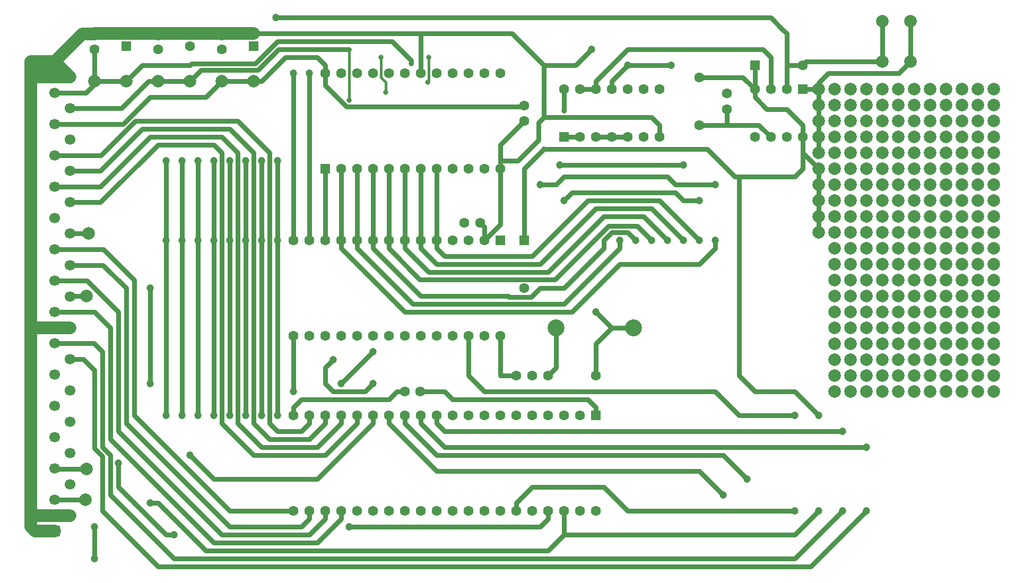
<source format=gbr>
%TF.GenerationSoftware,KiCad,Pcbnew,9.0.6*%
%TF.CreationDate,2026-02-07T23:24:05+01:00*%
%TF.ProjectId,EMUF_6504,454d5546-5f36-4353-9034-2e6b69636164,rev?*%
%TF.SameCoordinates,Original*%
%TF.FileFunction,Copper,L1,Top*%
%TF.FilePolarity,Positive*%
%FSLAX46Y46*%
G04 Gerber Fmt 4.6, Leading zero omitted, Abs format (unit mm)*
G04 Created by KiCad (PCBNEW 9.0.6) date 2026-02-07 23:24:05*
%MOMM*%
%LPD*%
G01*
G04 APERTURE LIST*
G04 Aperture macros list*
%AMRoundRect*
0 Rectangle with rounded corners*
0 $1 Rounding radius*
0 $2 $3 $4 $5 $6 $7 $8 $9 X,Y pos of 4 corners*
0 Add a 4 corners polygon primitive as box body*
4,1,4,$2,$3,$4,$5,$6,$7,$8,$9,$2,$3,0*
0 Add four circle primitives for the rounded corners*
1,1,$1+$1,$2,$3*
1,1,$1+$1,$4,$5*
1,1,$1+$1,$6,$7*
1,1,$1+$1,$8,$9*
0 Add four rect primitives between the rounded corners*
20,1,$1+$1,$2,$3,$4,$5,0*
20,1,$1+$1,$4,$5,$6,$7,0*
20,1,$1+$1,$6,$7,$8,$9,0*
20,1,$1+$1,$8,$9,$2,$3,0*%
G04 Aperture macros list end*
%TA.AperFunction,ComponentPad*%
%ADD10R,1.700000X1.700000*%
%TD*%
%TA.AperFunction,ComponentPad*%
%ADD11C,1.700000*%
%TD*%
%TA.AperFunction,ComponentPad*%
%ADD12C,1.600000*%
%TD*%
%TA.AperFunction,ComponentPad*%
%ADD13RoundRect,0.250000X-0.550000X0.550000X-0.550000X-0.550000X0.550000X-0.550000X0.550000X0.550000X0*%
%TD*%
%TA.AperFunction,ComponentPad*%
%ADD14C,2.700000*%
%TD*%
%TA.AperFunction,ComponentPad*%
%ADD15RoundRect,0.250000X0.550000X-0.550000X0.550000X0.550000X-0.550000X0.550000X-0.550000X-0.550000X0*%
%TD*%
%TA.AperFunction,ComponentPad*%
%ADD16C,2.000000*%
%TD*%
%TA.AperFunction,ComponentPad*%
%ADD17RoundRect,0.250000X-0.550000X-0.550000X0.550000X-0.550000X0.550000X0.550000X-0.550000X0.550000X0*%
%TD*%
%TA.AperFunction,ViaPad*%
%ADD18C,2.000000*%
%TD*%
%TA.AperFunction,ViaPad*%
%ADD19C,1.200000*%
%TD*%
%TA.AperFunction,ViaPad*%
%ADD20C,0.800000*%
%TD*%
%TA.AperFunction,Conductor*%
%ADD21C,2.000000*%
%TD*%
%TA.AperFunction,Conductor*%
%ADD22C,0.800000*%
%TD*%
%TA.AperFunction,Conductor*%
%ADD23C,0.400000*%
%TD*%
G04 APERTURE END LIST*
D10*
%TO.P,J1,1,Pin_1*%
%TO.N,GND*%
X45720000Y-126440000D03*
D11*
%TO.P,J1,2,Pin_2*%
X48220000Y-123940000D03*
%TO.P,J1,3,Pin_3*%
%TO.N,/Res3*%
X45720000Y-121440000D03*
%TO.P,J1,4,Pin_4*%
%TO.N,/~{IRQ}*%
X48220000Y-118940000D03*
%TO.P,J1,5,Pin_5*%
%TO.N,/Res5*%
X45720000Y-116440000D03*
%TO.P,J1,6,Pin_6*%
%TO.N,/PA0*%
X48220000Y-113940000D03*
%TO.P,J1,7,Pin_7*%
%TO.N,/PA1*%
X45720000Y-111440000D03*
%TO.P,J1,8,Pin_8*%
%TO.N,/PA2*%
X48220000Y-108940000D03*
%TO.P,J1,9,Pin_9*%
%TO.N,/PA7*%
X45720000Y-106440000D03*
%TO.P,J1,10,Pin_10*%
%TO.N,/PA6*%
X48220000Y-103940000D03*
%TO.P,J1,11,Pin_11*%
%TO.N,/PA5*%
X45720000Y-101440000D03*
%TO.P,J1,12,Pin_12*%
%TO.N,/PA4*%
X48220000Y-98940000D03*
%TO.P,J1,13,Pin_13*%
%TO.N,/PA3*%
X45720000Y-96440000D03*
%TO.P,J1,14,Pin_14*%
%TO.N,GND*%
X48220000Y-93940000D03*
%TO.P,J1,15,Pin_15*%
%TO.N,/PB0*%
X45720000Y-91440000D03*
%TO.P,J1,16,Pin_16*%
%TO.N,/Res16*%
X48220000Y-88940000D03*
%TO.P,J1,17,Pin_17*%
%TO.N,/PB1*%
X45720000Y-86440000D03*
%TO.P,J1,18,Pin_18*%
%TO.N,/PB2*%
X48220000Y-83940000D03*
%TO.P,J1,19,Pin_19*%
%TO.N,/PB3*%
X45720000Y-81440000D03*
%TO.P,J1,20,Pin_20*%
%TO.N,/Res20*%
X48220000Y-78940000D03*
%TO.P,J1,21,Pin_21*%
%TO.N,/~{RES}*%
X45720000Y-76440000D03*
%TO.P,J1,22,Pin_22*%
%TO.N,/PB7*%
X48220000Y-73940000D03*
%TO.P,J1,23,Pin_23*%
%TO.N,/PB6*%
X45720000Y-71440000D03*
%TO.P,J1,24,Pin_24*%
%TO.N,/PB5*%
X48220000Y-68940000D03*
%TO.P,J1,25,Pin_25*%
%TO.N,/PB4*%
X45720000Y-66440000D03*
%TO.P,J1,26,Pin_26*%
%TO.N,/~{RES_IN}*%
X48220000Y-63940000D03*
%TO.P,J1,27,Pin_27*%
%TO.N,+5V*%
X45720000Y-61440000D03*
%TO.P,J1,28,Pin_28*%
%TO.N,/-5V*%
X48220000Y-58940000D03*
%TO.P,J1,29,Pin_29*%
%TO.N,/+12V*%
X45720000Y-56440000D03*
%TO.P,J1,30,Pin_30*%
%TO.N,GND*%
X48220000Y-53940000D03*
%TO.P,J1,31,Pin_31*%
X45720000Y-51440000D03*
%TD*%
D12*
%TO.P,C2,1*%
%TO.N,/~{RES_IN}*%
X153035000Y-59055000D03*
%TO.P,C2,2*%
%TO.N,GND*%
X153035000Y-56555000D03*
%TD*%
%TO.P,C4,1*%
%TO.N,+5V*%
X72390000Y-49530000D03*
%TO.P,C4,2*%
%TO.N,GND*%
X72390000Y-47030000D03*
%TD*%
%TO.P,C6,1*%
%TO.N,/+12V*%
X52070000Y-49530000D03*
%TO.P,C6,2*%
%TO.N,GND*%
X52070000Y-47030000D03*
%TD*%
%TO.P,C8,1*%
%TO.N,GND*%
X62230000Y-47030000D03*
%TO.P,C8,2*%
%TO.N,/-5V*%
X62230000Y-49530000D03*
%TD*%
%TO.P,R1,1*%
%TO.N,Net-(R1-Pad1)*%
X132080000Y-101600000D03*
%TO.P,R1,2*%
%TO.N,Net-(D1-A)*%
X124460000Y-101600000D03*
%TD*%
%TO.P,R2,1*%
%TO.N,+5V*%
X148590000Y-53975000D03*
%TO.P,R2,2*%
%TO.N,/~{RES_IN}*%
X148590000Y-61595000D03*
%TD*%
D13*
%TO.P,U5,1,VSS*%
%TO.N,GND*%
X132080000Y-107950000D03*
D12*
%TO.P,U5,2,A5*%
%TO.N,/A5*%
X129540000Y-107950000D03*
%TO.P,U5,3,A4*%
%TO.N,/A4*%
X127000000Y-107950000D03*
%TO.P,U5,4,A3*%
%TO.N,/A3*%
X124460000Y-107950000D03*
%TO.P,U5,5,A2*%
%TO.N,/A2*%
X121920000Y-107950000D03*
%TO.P,U5,6,A1*%
%TO.N,/A1*%
X119380000Y-107950000D03*
%TO.P,U5,7,A0*%
%TO.N,/A0*%
X116840000Y-107950000D03*
%TO.P,U5,8,PA0*%
%TO.N,/PA0*%
X114300000Y-107950000D03*
%TO.P,U5,9,PA1*%
%TO.N,/PA1*%
X111760000Y-107950000D03*
%TO.P,U5,10,PA2*%
%TO.N,/PA2*%
X109220000Y-107950000D03*
%TO.P,U5,11,PA3*%
%TO.N,/PA3*%
X106680000Y-107950000D03*
%TO.P,U5,12,PA4*%
%TO.N,/PA4*%
X104140000Y-107950000D03*
%TO.P,U5,13,PA5*%
%TO.N,/PA5*%
X101600000Y-107950000D03*
%TO.P,U5,14,PA6*%
%TO.N,/PA6*%
X99060000Y-107950000D03*
%TO.P,U5,15,PA7*%
%TO.N,/PA7*%
X96520000Y-107950000D03*
%TO.P,U5,16,PB7*%
%TO.N,/PB7*%
X93980000Y-107950000D03*
%TO.P,U5,17,PB6*%
%TO.N,/PB6*%
X91440000Y-107950000D03*
%TO.P,U5,18,PB5*%
%TO.N,/PB5*%
X88900000Y-107950000D03*
%TO.P,U5,19,PB4*%
%TO.N,/PB4*%
X86360000Y-107950000D03*
%TO.P,U5,20,VDD*%
%TO.N,+5V*%
X83820000Y-107950000D03*
%TO.P,U5,21,PB3*%
%TO.N,/PB3*%
X83820000Y-123190000D03*
%TO.P,U5,22,PB2*%
%TO.N,/PB2*%
X86360000Y-123190000D03*
%TO.P,U5,23,PB1*%
%TO.N,/PB1*%
X88900000Y-123190000D03*
%TO.P,U5,24,PB0*%
%TO.N,/PB0*%
X91440000Y-123190000D03*
%TO.P,U5,25,~{IRQ}*%
%TO.N,/~{IRQ}*%
X93980000Y-123190000D03*
%TO.P,U5,26,D7*%
%TO.N,/D7*%
X96520000Y-123190000D03*
%TO.P,U5,27,D6*%
%TO.N,/D6*%
X99060000Y-123190000D03*
%TO.P,U5,28,D5*%
%TO.N,/D5*%
X101600000Y-123190000D03*
%TO.P,U5,29,D4*%
%TO.N,/D4*%
X104140000Y-123190000D03*
%TO.P,U5,30,D3*%
%TO.N,/D3*%
X106680000Y-123190000D03*
%TO.P,U5,31,D2*%
%TO.N,/D2*%
X109220000Y-123190000D03*
%TO.P,U5,32,D1*%
%TO.N,/D1*%
X111760000Y-123190000D03*
%TO.P,U5,33,D0*%
%TO.N,/D0*%
X114300000Y-123190000D03*
%TO.P,U5,34,~{RES}*%
%TO.N,/~{RES}*%
X116840000Y-123190000D03*
%TO.P,U5,35,R/~{W}*%
%TO.N,/R~{W}*%
X119380000Y-123190000D03*
%TO.P,U5,36,~{RS}*%
%TO.N,/A11*%
X121920000Y-123190000D03*
%TO.P,U5,37,~{CS2}*%
%TO.N,/A10*%
X124460000Y-123190000D03*
%TO.P,U5,38,CS1*%
%TO.N,+5V*%
X127000000Y-123190000D03*
%TO.P,U5,39,\u00D82_in*%
%TO.N,/\u00D82*%
X129540000Y-123190000D03*
%TO.P,U5,40,A6*%
%TO.N,/A6*%
X132080000Y-123190000D03*
%TD*%
D14*
%TO.P,Y1,1,1*%
%TO.N,Net-(D1-A)*%
X125730000Y-93980000D03*
%TO.P,Y1,2,2*%
%TO.N,Net-(R1-Pad1)*%
X138070000Y-93980000D03*
%TD*%
D13*
%TO.P,U1,1,~{RES}*%
%TO.N,/~{RES}*%
X116840000Y-80010000D03*
D12*
%TO.P,U1,2,VSS*%
%TO.N,GND*%
X114300000Y-80010000D03*
%TO.P,U1,3,~{IRQ}*%
%TO.N,/~{IRQ}*%
X111760000Y-80010000D03*
%TO.P,U1,4,VCC*%
%TO.N,+5V*%
X109220000Y-80010000D03*
%TO.P,U1,5,A0*%
%TO.N,/A0*%
X106680000Y-80010000D03*
%TO.P,U1,6,A1*%
%TO.N,/A1*%
X104140000Y-80010000D03*
%TO.P,U1,7,A2*%
%TO.N,/A2*%
X101600000Y-80010000D03*
%TO.P,U1,8,A3*%
%TO.N,/A3*%
X99060000Y-80010000D03*
%TO.P,U1,9,A4*%
%TO.N,/A4*%
X96520000Y-80010000D03*
%TO.P,U1,10,A5*%
%TO.N,/A5*%
X93980000Y-80010000D03*
%TO.P,U1,11,A6*%
%TO.N,/A6*%
X91440000Y-80010000D03*
%TO.P,U1,12,A7*%
%TO.N,/A7*%
X88900000Y-80010000D03*
%TO.P,U1,13,A8*%
%TO.N,/A8*%
X86360000Y-80010000D03*
%TO.P,U1,14,A9*%
%TO.N,/A9*%
X83820000Y-80010000D03*
%TO.P,U1,15,A10*%
%TO.N,/A10*%
X83820000Y-95250000D03*
%TO.P,U1,16,A11*%
%TO.N,/A11*%
X86360000Y-95250000D03*
%TO.P,U1,17,A12*%
%TO.N,unconnected-(U1-A12-Pad17)*%
X88900000Y-95250000D03*
%TO.P,U1,18,D7*%
%TO.N,/D7*%
X91440000Y-95250000D03*
%TO.P,U1,19,D6*%
%TO.N,/D6*%
X93980000Y-95250000D03*
%TO.P,U1,20,D5*%
%TO.N,/D5*%
X96520000Y-95250000D03*
%TO.P,U1,21,D4*%
%TO.N,/D4*%
X99060000Y-95250000D03*
%TO.P,U1,22,D3*%
%TO.N,/D3*%
X101600000Y-95250000D03*
%TO.P,U1,23,D2*%
%TO.N,/D2*%
X104140000Y-95250000D03*
%TO.P,U1,24,D1*%
%TO.N,/D1*%
X106680000Y-95250000D03*
%TO.P,U1,25,D0*%
%TO.N,/D0*%
X109220000Y-95250000D03*
%TO.P,U1,26,R/~{W}*%
%TO.N,/R~{W}*%
X111760000Y-95250000D03*
%TO.P,U1,27,\u00D80_in*%
%TO.N,Net-(D1-A)*%
X114300000Y-95250000D03*
%TO.P,U1,28,\u00D82_out*%
%TO.N,Net-(U1-\u00D82_out)*%
X116840000Y-95250000D03*
%TD*%
D13*
%TO.P,C7,1*%
%TO.N,GND*%
X67310000Y-46990000D03*
D12*
%TO.P,C7,2*%
%TO.N,/-5V*%
X67310000Y-48990000D03*
%TD*%
D13*
%TO.P,U3,1,GND*%
%TO.N,GND*%
X165100000Y-55880000D03*
D12*
%TO.P,U3,2,TR*%
%TO.N,/~{RES_IN}*%
X162560000Y-55880000D03*
%TO.P,U3,3,Q*%
%TO.N,Net-(U3-Q)*%
X160020000Y-55880000D03*
%TO.P,U3,4,R*%
%TO.N,+5V*%
X157480000Y-55880000D03*
%TO.P,U3,5,CV*%
%TO.N,unconnected-(U3-CV-Pad5)*%
X157480000Y-63500000D03*
%TO.P,U3,6,THR*%
%TO.N,/~{RES_IN}*%
X160020000Y-63500000D03*
%TO.P,U3,7,DIS*%
%TO.N,unconnected-(U3-DIS-Pad7)*%
X162560000Y-63500000D03*
%TO.P,U3,8,VCC*%
%TO.N,+5V*%
X165100000Y-63500000D03*
%TD*%
%TO.P,C11,1*%
%TO.N,+5V*%
X111125000Y-77216000D03*
%TO.P,C11,2*%
%TO.N,GND*%
X113625000Y-77216000D03*
%TD*%
D15*
%TO.P,U2,1*%
%TO.N,Net-(U1-\u00D82_out)*%
X127000000Y-63500000D03*
D12*
%TO.P,U2,2*%
X129540000Y-63500000D03*
%TO.P,U2,3*%
%TO.N,Net-(R1-Pad1)*%
X132080000Y-63500000D03*
%TO.P,U2,4*%
X134620000Y-63500000D03*
%TO.P,U2,5*%
X137160000Y-63500000D03*
%TO.P,U2,6*%
%TO.N,/\u00D82*%
X139700000Y-63500000D03*
%TO.P,U2,7,GND*%
%TO.N,GND*%
X142240000Y-63500000D03*
%TO.P,U2,8*%
%TO.N,Net-(U4-~{OE})*%
X142240000Y-55880000D03*
%TO.P,U2,9*%
%TO.N,/A11*%
X139700000Y-55880000D03*
%TO.P,U2,10*%
%TO.N,/A10*%
X137160000Y-55880000D03*
%TO.P,U2,11*%
%TO.N,/~{RES}*%
X134620000Y-55880000D03*
%TO.P,U2,12*%
%TO.N,Net-(U3-Q)*%
X132080000Y-55880000D03*
%TO.P,U2,13*%
X129540000Y-55880000D03*
%TO.P,U2,14,VCC*%
%TO.N,+5V*%
X127000000Y-55880000D03*
%TD*%
D15*
%TO.P,C5,1*%
%TO.N,/+12V*%
X57150000Y-48990000D03*
D12*
%TO.P,C5,2*%
%TO.N,GND*%
X57150000Y-46990000D03*
%TD*%
D13*
%TO.P,D1,1,K*%
%TO.N,+5V*%
X120650000Y-80010000D03*
D12*
%TO.P,D1,2,A*%
%TO.N,Net-(D1-A)*%
X120650000Y-87630000D03*
%TD*%
%TO.P,C9,1*%
%TO.N,+5V*%
X101600000Y-104140000D03*
%TO.P,C9,2*%
%TO.N,GND*%
X104100000Y-104140000D03*
%TD*%
%TO.P,C1,1*%
%TO.N,Net-(D1-A)*%
X121920000Y-101600000D03*
%TO.P,C1,2*%
%TO.N,Net-(U1-\u00D82_out)*%
X119420000Y-101600000D03*
%TD*%
D15*
%TO.P,U4,1,A7*%
%TO.N,/A7*%
X88900000Y-68580000D03*
D12*
%TO.P,U4,2,A6*%
%TO.N,/A6*%
X91440000Y-68580000D03*
%TO.P,U4,3,A5*%
%TO.N,/A5*%
X93980000Y-68580000D03*
%TO.P,U4,4,A4*%
%TO.N,/A4*%
X96520000Y-68580000D03*
%TO.P,U4,5,A3*%
%TO.N,/A3*%
X99060000Y-68580000D03*
%TO.P,U4,6,A2*%
%TO.N,/A2*%
X101600000Y-68580000D03*
%TO.P,U4,7,A1*%
%TO.N,/A1*%
X104140000Y-68580000D03*
%TO.P,U4,8,A0*%
%TO.N,/A0*%
X106680000Y-68580000D03*
%TO.P,U4,9,D0*%
%TO.N,/D0*%
X109220000Y-68580000D03*
%TO.P,U4,10,D1*%
%TO.N,/D1*%
X111760000Y-68580000D03*
%TO.P,U4,11,D2*%
%TO.N,/D2*%
X114300000Y-68580000D03*
%TO.P,U4,12,GND*%
%TO.N,GND*%
X116840000Y-68580000D03*
%TO.P,U4,13,D3*%
%TO.N,/D3*%
X116840000Y-53340000D03*
%TO.P,U4,14,D4*%
%TO.N,/D4*%
X114300000Y-53340000D03*
%TO.P,U4,15,D5*%
%TO.N,/D5*%
X111760000Y-53340000D03*
%TO.P,U4,16,D6*%
%TO.N,/D6*%
X109220000Y-53340000D03*
%TO.P,U4,17,D7*%
%TO.N,/D7*%
X106680000Y-53340000D03*
%TO.P,U4,18,~{CE}*%
%TO.N,GND*%
X104140000Y-53340000D03*
%TO.P,U4,19,A10*%
%TO.N,Net-(U4-A10)*%
X101600000Y-53340000D03*
%TO.P,U4,20,~{OE}*%
%TO.N,Net-(U4-~{OE})*%
X99060000Y-53340000D03*
%TO.P,U4,21,VPP*%
%TO.N,Net-(U4-VPP)*%
X96520000Y-53340000D03*
%TO.P,U4,22,A9*%
%TO.N,/A9*%
X93980000Y-53340000D03*
%TO.P,U4,23,A8*%
%TO.N,/A8*%
X91440000Y-53340000D03*
%TO.P,U4,24,Vcc*%
%TO.N,+5V*%
X88900000Y-53340000D03*
%TD*%
D16*
%TO.P,SW1,1,1*%
%TO.N,GND*%
X182300000Y-45010000D03*
X182300000Y-51510000D03*
%TO.P,SW1,2,2*%
%TO.N,/~{RES_IN}*%
X177800000Y-45010000D03*
X177800000Y-51510000D03*
%TD*%
D17*
%TO.P,D2,1,K*%
%TO.N,+5V*%
X157480000Y-52070000D03*
D12*
%TO.P,D2,2,A*%
%TO.N,/~{RES_IN}*%
X165100000Y-52070000D03*
%TD*%
%TO.P,C10,1*%
%TO.N,+5V*%
X120650000Y-58460000D03*
%TO.P,C10,2*%
%TO.N,GND*%
X120650000Y-60960000D03*
%TD*%
D15*
%TO.P,C3,1*%
%TO.N,+5V*%
X77470000Y-48990000D03*
D12*
%TO.P,C3,2*%
%TO.N,GND*%
X77470000Y-46990000D03*
%TD*%
D18*
%TO.N,*%
X170180000Y-101600000D03*
X193040000Y-99060000D03*
X193040000Y-83820000D03*
X185420000Y-76200000D03*
X170180000Y-55880000D03*
X185420000Y-83820000D03*
X185420000Y-86360000D03*
X170180000Y-104140000D03*
X175260000Y-76200000D03*
X195580000Y-60960000D03*
X187960000Y-91440000D03*
X180340000Y-99060000D03*
X175260000Y-73660000D03*
X187960000Y-101600000D03*
X172720000Y-93980000D03*
X182880000Y-96520000D03*
X180340000Y-76200000D03*
X195580000Y-66040000D03*
X180340000Y-60960000D03*
X170180000Y-83820000D03*
X180340000Y-78740000D03*
X185420000Y-101600000D03*
X177800000Y-73660000D03*
X177800000Y-86360000D03*
X195580000Y-71120000D03*
X172720000Y-58420000D03*
X182880000Y-66040000D03*
X190500000Y-66040000D03*
X190500000Y-93980000D03*
X180340000Y-88900000D03*
X177800000Y-93980000D03*
X182880000Y-78740000D03*
X175260000Y-86360000D03*
X170180000Y-66040000D03*
X177800000Y-104140000D03*
X187960000Y-96520000D03*
X185420000Y-88900000D03*
X172720000Y-104140000D03*
X195580000Y-55880000D03*
X172720000Y-71120000D03*
X190500000Y-101600000D03*
X185420000Y-63500000D03*
X187960000Y-76200000D03*
X175260000Y-104140000D03*
X172720000Y-66040000D03*
X187960000Y-81280000D03*
X190500000Y-58420000D03*
X177800000Y-81280000D03*
X190500000Y-63500000D03*
X175260000Y-66040000D03*
X172720000Y-60960000D03*
X172720000Y-86360000D03*
X195580000Y-91440000D03*
X175260000Y-68580000D03*
X187960000Y-66040000D03*
X182880000Y-104140000D03*
X190500000Y-76200000D03*
X185420000Y-68580000D03*
X172720000Y-73660000D03*
X187960000Y-60960000D03*
X187960000Y-78740000D03*
X180340000Y-83820000D03*
X182880000Y-99060000D03*
X170180000Y-68580000D03*
X180340000Y-104140000D03*
X190500000Y-60960000D03*
X182880000Y-88900000D03*
X195580000Y-63500000D03*
X175260000Y-99060000D03*
X170180000Y-86360000D03*
X180340000Y-63500000D03*
X190500000Y-73660000D03*
X170180000Y-71120000D03*
X185420000Y-66040000D03*
X180340000Y-96520000D03*
X175260000Y-58420000D03*
X180340000Y-91440000D03*
X185420000Y-96520000D03*
X172720000Y-83820000D03*
X180340000Y-58420000D03*
X190500000Y-91440000D03*
X195580000Y-73660000D03*
X185420000Y-104140000D03*
X187960000Y-71120000D03*
X193040000Y-73660000D03*
X182880000Y-71120000D03*
X177800000Y-78740000D03*
X182880000Y-86360000D03*
X170180000Y-63500000D03*
X177800000Y-101600000D03*
X182880000Y-63500000D03*
X187960000Y-58420000D03*
X193040000Y-81280000D03*
X175260000Y-93980000D03*
X182880000Y-101600000D03*
X180340000Y-81280000D03*
X185420000Y-81280000D03*
X180340000Y-55880000D03*
X195580000Y-88900000D03*
X185420000Y-71120000D03*
X177800000Y-58420000D03*
X177800000Y-91440000D03*
X175260000Y-55880000D03*
X195580000Y-81280000D03*
X180340000Y-66040000D03*
X175260000Y-81280000D03*
X180340000Y-86360000D03*
X170180000Y-76200000D03*
X175260000Y-60960000D03*
X185420000Y-60960000D03*
X175260000Y-63500000D03*
X172720000Y-96520000D03*
X195580000Y-104140000D03*
X185420000Y-55880000D03*
X195580000Y-93980000D03*
X170180000Y-58420000D03*
X193040000Y-68580000D03*
X172720000Y-88900000D03*
X187960000Y-73660000D03*
X170180000Y-88900000D03*
X182880000Y-91440000D03*
X185420000Y-99060000D03*
X190500000Y-104140000D03*
X187960000Y-83820000D03*
X193040000Y-71120000D03*
X185420000Y-58420000D03*
X193040000Y-58420000D03*
X190500000Y-96520000D03*
X193040000Y-86360000D03*
X170180000Y-96520000D03*
X190500000Y-55880000D03*
X170180000Y-93980000D03*
X195580000Y-101600000D03*
X172720000Y-76200000D03*
X187960000Y-104140000D03*
X193040000Y-76200000D03*
X190500000Y-68580000D03*
X193040000Y-104140000D03*
X177800000Y-68580000D03*
X185420000Y-91440000D03*
X193040000Y-66040000D03*
X175260000Y-96520000D03*
X195580000Y-99060000D03*
X193040000Y-78740000D03*
X172720000Y-68580000D03*
X177800000Y-71120000D03*
X172720000Y-99060000D03*
X187960000Y-86360000D03*
X180340000Y-68580000D03*
X177800000Y-83820000D03*
X190500000Y-81280000D03*
X190500000Y-83820000D03*
X180340000Y-71120000D03*
X177800000Y-99060000D03*
X177800000Y-66040000D03*
X187960000Y-93980000D03*
X170180000Y-91440000D03*
X190500000Y-71120000D03*
X195580000Y-78740000D03*
X195580000Y-96520000D03*
X177800000Y-76200000D03*
X182880000Y-81280000D03*
X187960000Y-63500000D03*
X187960000Y-55880000D03*
X180340000Y-101600000D03*
X172720000Y-101600000D03*
X193040000Y-88900000D03*
X172720000Y-55880000D03*
X182880000Y-55880000D03*
X187960000Y-68580000D03*
X190500000Y-88900000D03*
X177800000Y-96520000D03*
X195580000Y-76200000D03*
X195580000Y-58420000D03*
X177800000Y-88900000D03*
X175260000Y-78740000D03*
X187960000Y-88900000D03*
X185420000Y-78740000D03*
X195580000Y-83820000D03*
X177800000Y-60960000D03*
X172720000Y-81280000D03*
X190500000Y-86360000D03*
X170180000Y-99060000D03*
X172720000Y-91440000D03*
X182880000Y-76200000D03*
X193040000Y-55880000D03*
X182880000Y-58420000D03*
X193040000Y-96520000D03*
X177800000Y-55880000D03*
X185420000Y-93980000D03*
X195580000Y-86360000D03*
X193040000Y-60960000D03*
X195580000Y-68580000D03*
X182880000Y-60960000D03*
X182880000Y-93980000D03*
X180340000Y-73660000D03*
X170180000Y-73660000D03*
X190500000Y-99060000D03*
X170180000Y-78740000D03*
X182880000Y-68580000D03*
X172720000Y-78740000D03*
X172720000Y-63500000D03*
X193040000Y-91440000D03*
X170180000Y-60960000D03*
X175260000Y-91440000D03*
X193040000Y-63500000D03*
X185420000Y-73660000D03*
X182880000Y-83820000D03*
X177800000Y-63500000D03*
X175260000Y-83820000D03*
X170180000Y-81280000D03*
X182880000Y-73660000D03*
X180340000Y-93980000D03*
X193040000Y-101600000D03*
X187960000Y-99060000D03*
X193040000Y-93980000D03*
X190500000Y-78740000D03*
X175260000Y-101600000D03*
X175260000Y-88900000D03*
X175260000Y-71120000D03*
D19*
%TO.N,/~{RES_IN}*%
X81026000Y-44450000D03*
%TO.N,GND*%
X131445000Y-49530000D03*
D18*
X167640000Y-55880000D03*
X167640000Y-60960000D03*
X167640000Y-66040000D03*
X167640000Y-58420000D03*
X167640000Y-63500000D03*
%TO.N,+5V*%
X167640000Y-68580000D03*
X167640000Y-71120000D03*
X167640000Y-76200000D03*
D20*
X123825000Y-65405000D03*
X105410000Y-50800000D03*
D19*
X167640000Y-123190000D03*
X167640000Y-107950000D03*
D20*
X105300000Y-54800000D03*
X98552000Y-56388000D03*
D18*
X77470000Y-54610000D03*
D20*
X97790000Y-50800000D03*
X127000000Y-59324000D03*
D18*
X72390000Y-54610000D03*
X167640000Y-73660000D03*
D19*
X60960000Y-121920000D03*
D18*
X167640000Y-78740000D03*
D20*
%TO.N,/+12V*%
X102616000Y-51816000D03*
D18*
X52070000Y-54610000D03*
X57150000Y-54610000D03*
%TO.N,/-5V*%
X62230000Y-54610000D03*
X67310000Y-54610000D03*
D20*
X92710000Y-57658000D03*
D19*
%TO.N,/PA0*%
X91440000Y-102870000D03*
X96520000Y-97790000D03*
%TO.N,/PA2*%
X90170000Y-99060000D03*
X96520000Y-102870000D03*
%TO.N,/PA7*%
X67310000Y-114300000D03*
X64770000Y-127000000D03*
X55880000Y-115570000D03*
%TO.N,/PA6*%
X152400000Y-120650000D03*
%TO.N,/PA5*%
X156210000Y-118110000D03*
%TO.N,/PA4*%
X175260000Y-123190000D03*
X175260000Y-113030000D03*
%TO.N,/PA3*%
X171450000Y-123190000D03*
X171450000Y-110490000D03*
%TO.N,Net-(R1-Pad1)*%
X132080000Y-91440000D03*
%TO.N,/~{RES}*%
X144145000Y-52070000D03*
X148590000Y-73660000D03*
X137160000Y-52070000D03*
X127000000Y-73660000D03*
%TO.N,/A10*%
X60960000Y-102870000D03*
X83820000Y-104140000D03*
X60960000Y-87630000D03*
X92710000Y-125730000D03*
%TO.N,/A11*%
X126365000Y-67945000D03*
X146050000Y-67945000D03*
%TO.N,/~{IRQ}*%
X52070000Y-125730000D03*
X151130000Y-71120000D03*
X52070000Y-130810000D03*
X123190000Y-71120000D03*
%TO.N,/D7*%
X63500000Y-107950000D03*
X63500000Y-80010000D03*
X63500000Y-67310000D03*
%TO.N,/A0*%
X148590000Y-80010000D03*
%TO.N,/D6*%
X66040000Y-107950000D03*
X66040000Y-67310000D03*
X66040000Y-80010000D03*
%TO.N,/A1*%
X146050000Y-80010000D03*
%TO.N,/D5*%
X68580000Y-80010000D03*
X68580000Y-67310000D03*
X68580000Y-107950000D03*
%TO.N,/A2*%
X143510000Y-80010000D03*
%TO.N,/D4*%
X71120000Y-67310000D03*
X71120000Y-80010000D03*
X71120000Y-107950000D03*
%TO.N,/A3*%
X140970000Y-80010000D03*
%TO.N,/D3*%
X73660000Y-80010000D03*
X73660000Y-107950000D03*
X73660000Y-67310000D03*
%TO.N,/A4*%
X138430000Y-80010000D03*
%TO.N,/D2*%
X76200000Y-67310000D03*
X76200000Y-107950000D03*
X76200000Y-80010000D03*
%TO.N,/A5*%
X135890000Y-80010000D03*
%TO.N,/D1*%
X78740000Y-67310000D03*
X78740000Y-80010000D03*
X78740000Y-107950000D03*
%TO.N,/A6*%
X151130000Y-80010000D03*
%TO.N,/D0*%
X81280000Y-80010000D03*
X81280000Y-67310000D03*
X81280000Y-107950000D03*
%TO.N,/R~{W}*%
X163830000Y-107950000D03*
X163830000Y-123190000D03*
%TO.N,/A8*%
X86360000Y-53340000D03*
%TO.N,/A9*%
X83820000Y-53340000D03*
D18*
%TO.N,/Res20*%
X51130200Y-78943200D03*
%TO.N,/Res5*%
X50800000Y-116459000D03*
%TO.N,/Res3*%
X50673000Y-121412000D03*
%TO.N,/Res16*%
X50800000Y-88900000D03*
%TD*%
D21*
%TO.N,GND*%
X41910000Y-52730400D02*
X45542200Y-52730400D01*
X46276300Y-51996300D02*
X48220000Y-53940000D01*
X41910000Y-52730400D02*
X41910000Y-51485800D01*
X45542200Y-52730400D02*
X46276300Y-51996300D01*
X45720000Y-51440000D02*
X46276300Y-51996300D01*
X41910000Y-53848000D02*
X42002000Y-53940000D01*
X41910000Y-53848000D02*
X41910000Y-52730400D01*
X42002000Y-53940000D02*
X48220000Y-53940000D01*
X41910000Y-51485800D02*
X41955800Y-51440000D01*
X41955800Y-51440000D02*
X45720000Y-51440000D01*
X41910000Y-93980000D02*
X41910000Y-53848000D01*
X52070000Y-47030000D02*
X50130000Y-47030000D01*
X50130000Y-47030000D02*
X45720000Y-51440000D01*
X42620000Y-126440000D02*
X45720000Y-126440000D01*
X41910000Y-125730000D02*
X42620000Y-126440000D01*
X41910000Y-123190000D02*
X41910000Y-125730000D01*
X42660000Y-123940000D02*
X48220000Y-123940000D01*
X41910000Y-123190000D02*
X42660000Y-123940000D01*
D22*
%TO.N,/Res3*%
X45748000Y-121412000D02*
X45720000Y-121440000D01*
X50673000Y-121412000D02*
X45748000Y-121412000D01*
%TO.N,/Res5*%
X45739000Y-116459000D02*
X45720000Y-116440000D01*
X50800000Y-116459000D02*
X45739000Y-116459000D01*
%TO.N,/PA4*%
X50285000Y-98940000D02*
X48220000Y-98940000D01*
X50292000Y-98933000D02*
X50285000Y-98940000D01*
X52070000Y-113175628D02*
X52070000Y-100711000D01*
X52070000Y-100711000D02*
X50292000Y-98933000D01*
X53340000Y-123190000D02*
X53340000Y-114445628D01*
X62230000Y-132080000D02*
X53340000Y-123190000D01*
X166370000Y-132080000D02*
X62230000Y-132080000D01*
X175260000Y-123190000D02*
X166370000Y-132080000D01*
X53340000Y-114445628D02*
X52070000Y-113175628D01*
%TO.N,/PA3*%
X53340000Y-97790000D02*
X51990000Y-96440000D01*
X54610000Y-114300000D02*
X53340000Y-113030000D01*
X53340000Y-113030000D02*
X53340000Y-97790000D01*
X64770000Y-130810000D02*
X54610000Y-120650000D01*
X163830000Y-130810000D02*
X64770000Y-130810000D01*
X51990000Y-96440000D02*
X45720000Y-96440000D01*
X171450000Y-123190000D02*
X163830000Y-130810000D01*
X54610000Y-120650000D02*
X54610000Y-114300000D01*
%TO.N,/PB0*%
X52070000Y-91440000D02*
X45720000Y-91440000D01*
X54610000Y-93980000D02*
X52070000Y-91440000D01*
%TO.N,/PB1*%
X50880000Y-86440000D02*
X45720000Y-86440000D01*
X55880000Y-91440000D02*
X50880000Y-86440000D01*
%TO.N,/PB2*%
X53460000Y-83940000D02*
X48220000Y-83940000D01*
X57150000Y-87630000D02*
X53460000Y-83940000D01*
%TO.N,/PB3*%
X53500000Y-81440000D02*
X45720000Y-81440000D01*
X58420000Y-86360000D02*
X53500000Y-81440000D01*
%TO.N,/Res20*%
X51127000Y-78940000D02*
X51130200Y-78943200D01*
X48220000Y-78940000D02*
X51127000Y-78940000D01*
%TO.N,/PB7*%
X53060000Y-73940000D02*
X48220000Y-73940000D01*
X62230000Y-64770000D02*
X53060000Y-73940000D01*
%TO.N,/PB6*%
X53020000Y-71440000D02*
X45720000Y-71440000D01*
X72390000Y-63500000D02*
X60960000Y-63500000D01*
X74930000Y-109220000D02*
X74930000Y-66040000D01*
X78740000Y-113030000D02*
X74930000Y-109220000D01*
X74930000Y-66040000D02*
X72390000Y-63500000D01*
X91440000Y-109220000D02*
X87630000Y-113030000D01*
X60960000Y-63500000D02*
X53020000Y-71440000D01*
X91440000Y-107950000D02*
X91440000Y-109220000D01*
X87630000Y-113030000D02*
X78740000Y-113030000D01*
%TO.N,/PB5*%
X52980000Y-68940000D02*
X48220000Y-68940000D01*
X59690000Y-62230000D02*
X52980000Y-68940000D01*
X73660000Y-62230000D02*
X59690000Y-62230000D01*
X77470000Y-66040000D02*
X73660000Y-62230000D01*
X80010000Y-111760000D02*
X77470000Y-109220000D01*
X86360000Y-111760000D02*
X80010000Y-111760000D01*
X88900000Y-109220000D02*
X86360000Y-111760000D01*
X88900000Y-107950000D02*
X88900000Y-109220000D01*
X77470000Y-109220000D02*
X77470000Y-66040000D01*
%TO.N,/PB4*%
X53085628Y-66440000D02*
X45720000Y-66440000D01*
X58565628Y-60960000D02*
X53085628Y-66440000D01*
%TO.N,+5V*%
X60960000Y-57150000D02*
X56670000Y-61440000D01*
X56670000Y-61440000D02*
X45720000Y-61440000D01*
%TO.N,/-5V*%
X56376000Y-58940000D02*
X48220000Y-58940000D01*
X62230000Y-54610000D02*
X60706000Y-54610000D01*
X60706000Y-54610000D02*
X56376000Y-58940000D01*
%TO.N,/+12V*%
X50748000Y-56440000D02*
X45720000Y-56440000D01*
X52070000Y-55118000D02*
X50748000Y-56440000D01*
X52070000Y-54610000D02*
X52070000Y-55118000D01*
D21*
%TO.N,GND*%
X41950000Y-93940000D02*
X48220000Y-93940000D01*
X41910000Y-93980000D02*
X41950000Y-93940000D01*
D22*
%TO.N,Net-(D1-A)*%
X125730000Y-100330000D02*
X125730000Y-93980000D01*
X124460000Y-101600000D02*
X125730000Y-100330000D01*
%TO.N,Net-(U1-\u00D82_out)*%
X127000000Y-63500000D02*
X129540000Y-63500000D01*
X116840000Y-101600000D02*
X119420000Y-101600000D01*
X116840000Y-95250000D02*
X116840000Y-101600000D01*
%TO.N,/~{RES_IN}*%
X177800000Y-51510000D02*
X165660000Y-51510000D01*
X161925000Y-46355000D02*
X160020000Y-44450000D01*
X148590000Y-61595000D02*
X153035000Y-61595000D01*
X153035000Y-61595000D02*
X153035000Y-59055000D01*
X162560000Y-55880000D02*
X162560000Y-52070000D01*
X162560000Y-46990000D02*
X161925000Y-46355000D01*
X160020000Y-44450000D02*
X159385000Y-44450000D01*
X177800000Y-45010000D02*
X177800000Y-51510000D01*
X153035000Y-61595000D02*
X158115000Y-61595000D01*
X165100000Y-52070000D02*
X162560000Y-52070000D01*
X159385000Y-44450000D02*
X81026000Y-44450000D01*
X165660000Y-51510000D02*
X165100000Y-52070000D01*
X162560000Y-52070000D02*
X162560000Y-46990000D01*
X158115000Y-61595000D02*
X160020000Y-63500000D01*
%TO.N,GND*%
X140970000Y-60325000D02*
X142240000Y-61595000D01*
X123825000Y-52070000D02*
X128905000Y-52070000D01*
D21*
X72390000Y-47030000D02*
X72430000Y-46990000D01*
D22*
X109220000Y-105410000D02*
X107950000Y-104140000D01*
X167640000Y-54864000D02*
X169164000Y-53340000D01*
X128905000Y-52070000D02*
X131445000Y-49530000D01*
X122936000Y-61214000D02*
X123825000Y-60325000D01*
X116840000Y-64770000D02*
X120650000Y-60960000D01*
X116840000Y-67310000D02*
X116840000Y-64770000D01*
X167640000Y-55880000D02*
X167640000Y-54864000D01*
X169164000Y-53340000D02*
X180470000Y-53340000D01*
X107950000Y-104140000D02*
X104100000Y-104140000D01*
X132080000Y-106680000D02*
X130810000Y-105410000D01*
X104140000Y-53340000D02*
X104140000Y-46990000D01*
X123825000Y-60325000D02*
X140970000Y-60325000D01*
X132080000Y-107950000D02*
X132080000Y-106680000D01*
D21*
X72350000Y-46990000D02*
X72390000Y-47030000D01*
D22*
X165100000Y-55880000D02*
X167640000Y-55880000D01*
X119634000Y-67310000D02*
X122936000Y-64008000D01*
X77470000Y-46990000D02*
X104140000Y-46990000D01*
X182300000Y-51510000D02*
X182300000Y-45010000D01*
D21*
X67310000Y-46990000D02*
X72350000Y-46990000D01*
D22*
X142240000Y-61595000D02*
X142240000Y-63500000D01*
X104140000Y-46990000D02*
X118745000Y-46990000D01*
X167640000Y-55880000D02*
X167640000Y-66040000D01*
X114300000Y-80010000D02*
X116840000Y-77470000D01*
X122936000Y-64008000D02*
X122936000Y-61214000D01*
D21*
X41910000Y-93980000D02*
X41910000Y-123190000D01*
D22*
X114300000Y-80010000D02*
X114300000Y-77891000D01*
X118745000Y-46990000D02*
X123825000Y-52070000D01*
X116840000Y-77470000D02*
X116840000Y-68580000D01*
D21*
X52070000Y-47030000D02*
X52111000Y-46989000D01*
X72430000Y-46990000D02*
X77470000Y-46990000D01*
X52111000Y-46989000D02*
X57150000Y-46989000D01*
D22*
X114300000Y-77891000D02*
X113625000Y-77216000D01*
D21*
X62230000Y-47030000D02*
X62271000Y-46989000D01*
X62190000Y-46990000D02*
X62230000Y-47030000D01*
D22*
X123825000Y-52070000D02*
X123825000Y-60325000D01*
D21*
X57150000Y-46990000D02*
X62190000Y-46990000D01*
D22*
X130810000Y-105410000D02*
X109220000Y-105410000D01*
D21*
X62271000Y-46989000D02*
X67310000Y-46989000D01*
D22*
X180470000Y-53340000D02*
X182300000Y-51510000D01*
X116840000Y-67310000D02*
X119634000Y-67310000D01*
X116840000Y-68580000D02*
X116840000Y-67310000D01*
%TO.N,+5V*%
X87630000Y-50800000D02*
X88900000Y-52070000D01*
D23*
X98552000Y-54737000D02*
X97790000Y-53975000D01*
D22*
X154940000Y-69850000D02*
X163830000Y-69850000D01*
X120650000Y-80010000D02*
X120650000Y-68580000D01*
X167640000Y-78740000D02*
X167640000Y-68580000D01*
X157480000Y-57150000D02*
X159385000Y-59055000D01*
X127000000Y-127000000D02*
X163830000Y-127000000D01*
X69850000Y-129540000D02*
X63500000Y-123190000D01*
X167640000Y-68580000D02*
X165100000Y-66040000D01*
X78740000Y-54610000D02*
X82550000Y-50800000D01*
X124460000Y-129540000D02*
X71120000Y-129540000D01*
D23*
X105300000Y-54800000D02*
X105410000Y-54690000D01*
D22*
X154940000Y-101600000D02*
X154940000Y-69850000D01*
X88900000Y-52070000D02*
X88900000Y-53340000D01*
X163830000Y-69850000D02*
X165100000Y-68580000D01*
D23*
X105479000Y-50869000D02*
X105410000Y-50800000D01*
D22*
X157480000Y-55880000D02*
X155575000Y-53975000D01*
X72390000Y-54610000D02*
X77470000Y-54610000D01*
X127000000Y-127000000D02*
X124460000Y-129540000D01*
D23*
X97790000Y-53975000D02*
X97790000Y-50800000D01*
D22*
X92295372Y-58659000D02*
X120451000Y-58659000D01*
X127000000Y-55880000D02*
X127000000Y-59324000D01*
X157480000Y-104140000D02*
X154940000Y-101600000D01*
X85090000Y-105410000D02*
X99060000Y-105410000D01*
X165100000Y-66040000D02*
X165100000Y-63500000D01*
X165100000Y-68580000D02*
X165100000Y-66040000D01*
X60960000Y-57150000D02*
X69850000Y-57150000D01*
X88900000Y-55263628D02*
X92295372Y-58659000D01*
X127000000Y-123190000D02*
X127000000Y-127000000D01*
X83820000Y-107950000D02*
X83820000Y-106680000D01*
X82550000Y-50800000D02*
X87630000Y-50800000D01*
X157480000Y-55880000D02*
X157480000Y-57150000D01*
D23*
X98552000Y-56388000D02*
X98552000Y-54737000D01*
D22*
X69850000Y-57150000D02*
X72390000Y-54610000D01*
X99060000Y-105410000D02*
X100330000Y-104140000D01*
D23*
X105410000Y-54690000D02*
X105410000Y-50800000D01*
D22*
X154305000Y-69850000D02*
X154940000Y-69850000D01*
X159385000Y-59055000D02*
X162560000Y-59055000D01*
X71120000Y-129540000D02*
X69850000Y-129540000D01*
X63500000Y-123190000D02*
X62230000Y-121920000D01*
X120451000Y-58659000D02*
X120650000Y-58460000D01*
X163830000Y-104140000D02*
X157480000Y-104140000D01*
X163830000Y-127000000D02*
X167640000Y-123190000D01*
X149860000Y-65405000D02*
X154305000Y-69850000D01*
X162560000Y-59055000D02*
X165100000Y-61595000D01*
X83820000Y-106680000D02*
X85090000Y-105410000D01*
X100330000Y-104140000D02*
X101600000Y-104140000D01*
X77470000Y-54610000D02*
X78740000Y-54610000D01*
X157480000Y-52070000D02*
X157480000Y-55880000D01*
X155575000Y-53975000D02*
X148590000Y-53975000D01*
X88900000Y-53340000D02*
X88900000Y-55263628D01*
X62230000Y-121920000D02*
X60960000Y-121920000D01*
X167640000Y-107950000D02*
X163830000Y-104140000D01*
X120650000Y-68580000D02*
X123825000Y-65405000D01*
X123825000Y-65405000D02*
X149860000Y-65405000D01*
X165100000Y-61595000D02*
X165100000Y-63500000D01*
%TO.N,/+12V*%
X102616000Y-51308000D02*
X102616000Y-51816000D01*
X99568000Y-48260000D02*
X102616000Y-51308000D01*
X81280000Y-48260000D02*
X99568000Y-48260000D01*
X67564000Y-51816000D02*
X77724000Y-51816000D01*
X77724000Y-51816000D02*
X81280000Y-48260000D01*
X59690000Y-52070000D02*
X67310000Y-52070000D01*
X52070000Y-54610000D02*
X52070000Y-49530000D01*
X52070000Y-54610000D02*
X57150000Y-54610000D01*
X67310000Y-52070000D02*
X67564000Y-51816000D01*
X57150000Y-54610000D02*
X59690000Y-52070000D01*
%TO.N,/-5V*%
X62230000Y-54610000D02*
X67310000Y-54610000D01*
X67310000Y-54610000D02*
X69088000Y-52832000D01*
X81425628Y-49530000D02*
X92710000Y-49530000D01*
X69088000Y-52832000D02*
X78123628Y-52832000D01*
D23*
X92710000Y-57658000D02*
X92710000Y-49530000D01*
D22*
X78123628Y-52832000D02*
X81425628Y-49530000D01*
%TO.N,/PA0*%
X91440000Y-102870000D02*
X96520000Y-97790000D01*
%TO.N,/PA2*%
X96520000Y-102870000D02*
X95250000Y-104140000D01*
X88900000Y-102870000D02*
X88900000Y-100330000D01*
X95250000Y-104140000D02*
X90170000Y-104140000D01*
X90170000Y-104140000D02*
X88900000Y-102870000D01*
X88900000Y-100330000D02*
X90170000Y-99060000D01*
%TO.N,/PA7*%
X96520000Y-107950000D02*
X96520000Y-109220000D01*
X63500000Y-127000000D02*
X55880000Y-119380000D01*
X55880000Y-119380000D02*
X55880000Y-115570000D01*
X68580000Y-115570000D02*
X67310000Y-114300000D01*
X71120000Y-118110000D02*
X68580000Y-115570000D01*
X96520000Y-109220000D02*
X87630000Y-118110000D01*
X64770000Y-127000000D02*
X63500000Y-127000000D01*
X87630000Y-118110000D02*
X71120000Y-118110000D01*
%TO.N,/PA6*%
X99060000Y-109220000D02*
X99060000Y-107950000D01*
X106680000Y-116840000D02*
X99060000Y-109220000D01*
X152400000Y-120650000D02*
X148590000Y-116840000D01*
X148590000Y-116840000D02*
X106680000Y-116840000D01*
%TO.N,/PA5*%
X152400000Y-114300000D02*
X156210000Y-118110000D01*
X101600000Y-109220000D02*
X106680000Y-114300000D01*
X106680000Y-114300000D02*
X152400000Y-114300000D01*
X101600000Y-107950000D02*
X101600000Y-109220000D01*
%TO.N,/PA4*%
X104140000Y-109220000D02*
X107950000Y-113030000D01*
X104140000Y-107950000D02*
X104140000Y-109220000D01*
X107950000Y-113030000D02*
X175260000Y-113030000D01*
%TO.N,/PA3*%
X106680000Y-109220000D02*
X106680000Y-107950000D01*
X107950000Y-110490000D02*
X106680000Y-109220000D01*
X171450000Y-110490000D02*
X107950000Y-110490000D01*
%TO.N,/PB0*%
X54610000Y-111760000D02*
X54610000Y-93980000D01*
X71120000Y-128270000D02*
X54610000Y-111760000D01*
X91440000Y-123190000D02*
X91440000Y-124460000D01*
X87630000Y-128270000D02*
X71120000Y-128270000D01*
X91440000Y-124460000D02*
X87630000Y-128270000D01*
%TO.N,/PB1*%
X55880000Y-110490000D02*
X55880000Y-91440000D01*
X72390000Y-127000000D02*
X55880000Y-110490000D01*
X88900000Y-123190000D02*
X88900000Y-124460000D01*
X88900000Y-124460000D02*
X86360000Y-127000000D01*
X86360000Y-127000000D02*
X72390000Y-127000000D01*
%TO.N,Net-(R1-Pad1)*%
X132080000Y-101600000D02*
X132080000Y-96520000D01*
X137160000Y-63500000D02*
X134620000Y-63500000D01*
X138070000Y-93980000D02*
X134620000Y-93980000D01*
X134620000Y-63500000D02*
X132080000Y-63500000D01*
X132080000Y-96520000D02*
X134620000Y-93980000D01*
X132080000Y-91440000D02*
X134620000Y-93980000D01*
%TO.N,/~{RES}*%
X146050000Y-73660000D02*
X148590000Y-73660000D01*
X134620000Y-54610000D02*
X137160000Y-52070000D01*
X128270000Y-72390000D02*
X129540000Y-72390000D01*
X127000000Y-73660000D02*
X128270000Y-72390000D01*
X134620000Y-55880000D02*
X134620000Y-54610000D01*
X129540000Y-72390000D02*
X144780000Y-72390000D01*
X137160000Y-52070000D02*
X144145000Y-52070000D01*
X144780000Y-72390000D02*
X146050000Y-73660000D01*
%TO.N,/A10*%
X83820000Y-95250000D02*
X83820000Y-104140000D01*
X123190000Y-125730000D02*
X92710000Y-125730000D01*
X60960000Y-102870000D02*
X60960000Y-87630000D01*
X124460000Y-124460000D02*
X123190000Y-125730000D01*
X124460000Y-123190000D02*
X124460000Y-124460000D01*
%TO.N,/A11*%
X146050000Y-67945000D02*
X126365000Y-67945000D01*
%TO.N,/~{IRQ}*%
X52070000Y-125730000D02*
X52070000Y-130810000D01*
X125730000Y-71120000D02*
X127000000Y-69850000D01*
X143510000Y-69850000D02*
X144780000Y-71120000D01*
X144780000Y-71120000D02*
X151130000Y-71120000D01*
X127000000Y-69850000D02*
X143510000Y-69850000D01*
X123190000Y-71120000D02*
X125730000Y-71120000D01*
%TO.N,/D7*%
X63500000Y-80010000D02*
X63500000Y-107950000D01*
X63500000Y-67310000D02*
X63500000Y-80010000D01*
%TO.N,/A0*%
X107950000Y-82550000D02*
X121920000Y-82550000D01*
X106680000Y-68580000D02*
X106680000Y-81280000D01*
X106680000Y-81280000D02*
X107950000Y-82550000D01*
X121920000Y-82550000D02*
X130810000Y-73660000D01*
X142240000Y-73660000D02*
X148590000Y-80010000D01*
X130810000Y-73660000D02*
X142240000Y-73660000D01*
%TO.N,/D6*%
X66040000Y-80010000D02*
X66040000Y-107950000D01*
X66040000Y-67310000D02*
X66040000Y-80010000D01*
%TO.N,/A1*%
X132080000Y-74930000D02*
X140970000Y-74930000D01*
X106680000Y-83820000D02*
X123190000Y-83820000D01*
X104140000Y-68580000D02*
X104140000Y-81280000D01*
X140970000Y-74930000D02*
X146050000Y-80010000D01*
X104140000Y-81280000D02*
X106680000Y-83820000D01*
X123190000Y-83820000D02*
X132080000Y-74930000D01*
%TO.N,/D5*%
X68580000Y-80010000D02*
X68580000Y-107950000D01*
X68580000Y-67310000D02*
X68580000Y-80010000D01*
%TO.N,/A2*%
X101600000Y-68580000D02*
X101600000Y-81280000D01*
X139700000Y-76200000D02*
X143510000Y-80010000D01*
X101600000Y-81280000D02*
X105410000Y-85090000D01*
X124460000Y-85090000D02*
X133350000Y-76200000D01*
X133350000Y-76200000D02*
X139700000Y-76200000D01*
X105410000Y-85090000D02*
X124460000Y-85090000D01*
%TO.N,/D4*%
X71120000Y-67310000D02*
X71120000Y-80010000D01*
X71120000Y-80010000D02*
X71120000Y-107950000D01*
%TO.N,/A3*%
X99060000Y-68580000D02*
X99060000Y-81280000D01*
X104009000Y-86229000D02*
X125599000Y-86229000D01*
X99060000Y-81280000D02*
X104009000Y-86229000D01*
X134089000Y-77739000D02*
X138699000Y-77739000D01*
X125599000Y-86229000D02*
X134089000Y-77739000D01*
X138699000Y-77739000D02*
X140970000Y-80010000D01*
%TO.N,/D3*%
X73660000Y-80010000D02*
X73660000Y-107950000D01*
X73660000Y-67310000D02*
X73660000Y-80010000D01*
%TO.N,/A4*%
X96520000Y-81280000D02*
X104140000Y-88900000D01*
X121789000Y-89031000D02*
X123190000Y-87630000D01*
X133350000Y-81280000D02*
X133350000Y-80010000D01*
X133350000Y-80010000D02*
X134620000Y-78740000D01*
X118110000Y-88900000D02*
X118241000Y-89031000D01*
X96520000Y-68580000D02*
X96520000Y-81280000D01*
X118241000Y-89031000D02*
X121789000Y-89031000D01*
X104140000Y-88900000D02*
X118110000Y-88900000D01*
X127000000Y-87630000D02*
X133350000Y-81280000D01*
X123190000Y-87630000D02*
X127000000Y-87630000D01*
X137160000Y-78740000D02*
X138430000Y-80010000D01*
X134620000Y-78740000D02*
X137160000Y-78740000D01*
%TO.N,/D2*%
X76200000Y-67310000D02*
X76200000Y-80010000D01*
X76200000Y-80010000D02*
X76200000Y-107950000D01*
%TO.N,/A5*%
X93980000Y-68580000D02*
X93980000Y-81280000D01*
X102870000Y-90170000D02*
X127000000Y-90170000D01*
X127000000Y-90170000D02*
X135890000Y-81280000D01*
X93980000Y-81280000D02*
X102870000Y-90170000D01*
X135890000Y-81280000D02*
X135890000Y-80010000D01*
%TO.N,/D1*%
X78740000Y-67310000D02*
X78740000Y-80010000D01*
X78740000Y-80010000D02*
X78740000Y-107950000D01*
%TO.N,/A6*%
X151130000Y-81280000D02*
X151130000Y-80010000D01*
X91440000Y-68580000D02*
X91440000Y-81280000D01*
X128270000Y-91440000D02*
X135890000Y-83820000D01*
X101600000Y-91440000D02*
X128270000Y-91440000D01*
X135890000Y-83820000D02*
X148590000Y-83820000D01*
X148590000Y-83820000D02*
X151130000Y-81280000D01*
X91440000Y-81280000D02*
X101600000Y-91440000D01*
%TO.N,/D0*%
X81280000Y-67310000D02*
X81280000Y-80010000D01*
X81280000Y-80010000D02*
X81280000Y-107950000D01*
%TO.N,/A7*%
X88900000Y-68580000D02*
X88900000Y-80010000D01*
%TO.N,/R~{W}*%
X154940000Y-107950000D02*
X163830000Y-107950000D01*
X133350000Y-119380000D02*
X121920000Y-119380000D01*
X111760000Y-101600000D02*
X114300000Y-104140000D01*
X151130000Y-104140000D02*
X154940000Y-107950000D01*
X111760000Y-95250000D02*
X111760000Y-101600000D01*
X121920000Y-119380000D02*
X119380000Y-121920000D01*
X119380000Y-121920000D02*
X119380000Y-123190000D01*
X163830000Y-123190000D02*
X137160000Y-123190000D01*
X137160000Y-123190000D02*
X133350000Y-119380000D01*
X114300000Y-104140000D02*
X151130000Y-104140000D01*
%TO.N,/A8*%
X86360000Y-53340000D02*
X86360000Y-80010000D01*
%TO.N,/A9*%
X83820000Y-53340000D02*
X83820000Y-80010000D01*
%TO.N,Net-(U3-Q)*%
X137160000Y-49530000D02*
X158750000Y-49530000D01*
X132080000Y-55880000D02*
X129540000Y-55880000D01*
X158750000Y-49530000D02*
X160020000Y-50800000D01*
X160020000Y-50800000D02*
X160020000Y-55880000D01*
X132080000Y-54610000D02*
X137160000Y-49530000D01*
X132080000Y-55880000D02*
X132080000Y-54610000D01*
%TO.N,/PB2*%
X57150000Y-109220000D02*
X73660000Y-125730000D01*
X85090000Y-125730000D02*
X73660000Y-125730000D01*
X57150000Y-87630000D02*
X57150000Y-109220000D01*
X86360000Y-124460000D02*
X85090000Y-125730000D01*
X86360000Y-123190000D02*
X86360000Y-124460000D01*
%TO.N,/PB3*%
X83820000Y-123190000D02*
X73660000Y-123190000D01*
X73660000Y-123190000D02*
X58420000Y-107950000D01*
X58420000Y-86360000D02*
X58420000Y-107950000D01*
%TO.N,/PB4*%
X81280000Y-110490000D02*
X85090000Y-110490000D01*
X58565628Y-60960000D02*
X74930000Y-60960000D01*
X80010000Y-109220000D02*
X81280000Y-110490000D01*
X86360000Y-109220000D02*
X86360000Y-107950000D01*
X74930000Y-60960000D02*
X80010000Y-66040000D01*
X85090000Y-110490000D02*
X86360000Y-109220000D01*
X80010000Y-66040000D02*
X80010000Y-109220000D01*
%TO.N,/PB7*%
X88900000Y-114300000D02*
X93980000Y-109220000D01*
X71120000Y-64770000D02*
X72390000Y-66040000D01*
X62230000Y-64770000D02*
X71120000Y-64770000D01*
X72390000Y-109220000D02*
X77470000Y-114300000D01*
X93980000Y-109220000D02*
X93980000Y-107950000D01*
X77470000Y-114300000D02*
X88900000Y-114300000D01*
X72390000Y-66040000D02*
X72390000Y-109220000D01*
%TO.N,/Res16*%
X48260000Y-88900000D02*
X50800000Y-88900000D01*
%TD*%
M02*

</source>
